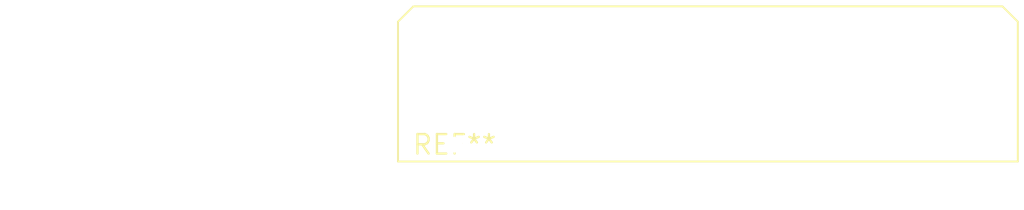
<source format=kicad_pcb>
(kicad_pcb (version 20240108) (generator pcbnew)
  (layers (0 "F.Cu" signal) (31 "B.Cu" signal) (34 "B.Paste" user) (35 "F.Paste" user) (36 "B.SilkS" user "B.Silkscreen") (37 "F.SilkS" user "F.Silkscreen") (38 "B.Mask" user) (39 "F.Mask" user) (44 "Edge.Cuts" user))
  (net 0 "")
  (footprint "Molex_Micro-Fit_3.0_43045-2400_2x12_P3.00mm_Horizontal" (layer "F.Cu") (at 0 0)
    (property "Reference" "REF**")
    (property "Value" "Molex_Micro-Fit_3.0_43045-2400_2x12_P3.00mm_Horizontal")
    (fp_line (start -3.685 -8.03) (end -2.685 -9.03) (layer "F.SilkS") (stroke (width 0.12)))
    (fp_line (start -3.685 1.1) (end -3.685 -8.03) (layer "F.SilkS") (stroke (width 0.12)))
    (fp_line (start -2.685 -9.03) (end 35.685 -9.03) (layer "F.SilkS") (stroke (width 0.12)))
    (fp_line (start 35.685 -9.03) (end 36.685 -8.03) (layer "F.SilkS") (stroke (width 0.12)))
    (fp_line (start 36.685 -8.03) (end 36.685 1.1) (layer "F.SilkS") (stroke (width 0.12)))
    (fp_line (start 36.685 1.1) (end -3.685 1.1) (layer "F.SilkS") (stroke (width 0.12)))
    (pad "" np_thru_hole circle (at 2.16 -4.32) (size 3 3) (drill 3) (layers *.Cu *.Mask))
    (pad "" np_thru_hole circle (at 30.86 -4.32) (size 3 3) (drill 3) (layers *.Cu *.Mask))
    (pad "1" thru_hole roundrect (at 0 0) (size 1.5 1.5) (drill 1.02) (layers *.Cu *.Mask) (remove_unused_layers) (roundrect_rratio 0.166667))
    (pad "2" thru_hole circle (at 3 0) (size 1.5 1.5) (drill 1.02) (layers *.Cu *.Mask) (remove_unused_layers))
    (pad "3" thru_hole circle (at 6 0) (size 1.5 1.5) (drill 1.02) (layers *.Cu *.Mask) (remove_unused_layers))
    (pad "4" thru_hole circle (at 9 0) (size 1.5 1.5) (drill 1.02) (layers *.Cu *.Mask) (remove_unused_layers))
    (pad "5" thru_hole circle (at 12 0) (size 1.5 1.5) (drill 1.02) (layers *.Cu *.Mask) (remove_unused_layers))
    (pad "6" thru_hole circle (at 15 0) (size 1.5 1.5) (drill 1.02) (layers *.Cu *.Mask) (remove_unused_layers))
    (pad "7" thru_hole circle (at 18 0) (size 1.5 1.5) (drill 1.02) (layers *.Cu *.Mask) (remove_unused_layers))
    (pad "8" thru_hole circle (at 21 0) (size 1.5 1.5) (drill 1.02) (layers *.Cu *.Mask) (remove_unused_layers))
    (pad "9" thru_hole circle (at 24 0) (size 1.5 1.5) (drill 1.02) (layers *.Cu *.Mask) (remove_unused_layers))
    (pad "10" thru_hole circle (at 27 0) (size 1.5 1.5) (drill 1.02) (layers *.Cu *.Mask) (remove_unused_layers))
    (pad "11" thru_hole circle (at 30 0) (size 1.5 1.5) (drill 1.02) (layers *.Cu *.Mask) (remove_unused_layers))
    (pad "12" thru_hole circle (at 33 0) (size 1.5 1.5) (drill 1.02) (layers *.Cu *.Mask) (remove_unused_layers))
    (pad "13" thru_hole circle (at 0 3) (size 1.5 1.5) (drill 1.02) (layers *.Cu *.Mask) (remove_unused_layers))
    (pad "14" thru_hole circle (at 3 3) (size 1.5 1.5) (drill 1.02) (layers *.Cu *.Mask) (remove_unused_layers))
    (pad "15" thru_hole circle (at 6 3) (size 1.5 1.5) (drill 1.02) (layers *.Cu *.Mask) (remove_unused_layers))
    (pad "16" thru_hole circle (at 9 3) (size 1.5 1.5) (drill 1.02) (layers *.Cu *.Mask) (remove_unused_layers))
    (pad "17" thru_hole circle (at 12 3) (size 1.5 1.5) (drill 1.02) (layers *.Cu *.Mask) (remove_unused_layers))
    (pad "18" thru_hole circle (at 15 3) (size 1.5 1.5) (drill 1.02) (layers *.Cu *.Mask) (remove_unused_layers))
    (pad "19" thru_hole circle (at 18 3) (size 1.5 1.5) (drill 1.02) (layers *.Cu *.Mask) (remove_unused_layers))
    (pad "20" thru_hole circle (at 21 3) (size 1.5 1.5) (drill 1.02) (layers *.Cu *.Mask) (remove_unused_layers))
    (pad "21" thru_hole circle (at 24 3) (size 1.5 1.5) (drill 1.02) (layers *.Cu *.Mask) (remove_unused_layers))
    (pad "22" thru_hole circle (at 27 3) (size 1.5 1.5) (drill 1.02) (layers *.Cu *.Mask) (remove_unused_layers))
    (pad "23" thru_hole circle (at 30 3) (size 1.5 1.5) (drill 1.02) (layers *.Cu *.Mask) (remove_unused_layers))
    (pad "24" thru_hole circle (at 33 3) (size 1.5 1.5) (drill 1.02) (layers *.Cu *.Mask) (remove_unused_layers))
  )
)
</source>
